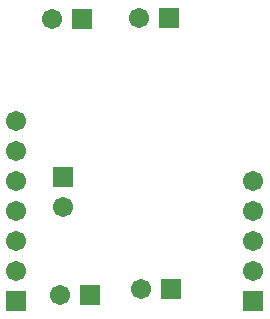
<source format=gbs>
G04 Layer_Color=16711935*
%FSAX43Y43*%
%MOMM*%
G71*
G01*
G75*
%ADD28R,1.703X1.703*%
%ADD29C,1.703*%
%ADD30R,1.703X1.703*%
D28*
X0057277Y0089535D02*
D03*
X0053340Y0078994D02*
D03*
X0073406D02*
D03*
D29*
X0057277Y0086995D02*
D03*
X0053340Y0094234D02*
D03*
Y0091694D02*
D03*
Y0089154D02*
D03*
Y0086614D02*
D03*
Y0081534D02*
D03*
Y0084074D02*
D03*
X0057023Y0079502D02*
D03*
X0063881Y0080010D02*
D03*
X0063754Y0102997D02*
D03*
X0056388Y0102870D02*
D03*
X0073406Y0089154D02*
D03*
Y0086614D02*
D03*
Y0084074D02*
D03*
Y0081534D02*
D03*
D30*
X0059563Y0079502D02*
D03*
X0066421Y0080010D02*
D03*
X0066294Y0102997D02*
D03*
X0058928Y0102870D02*
D03*
M02*

</source>
